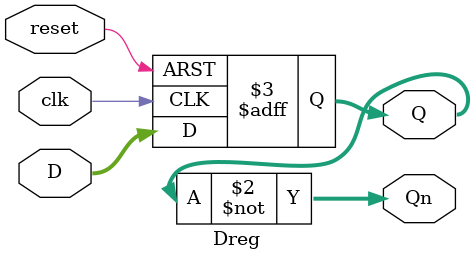
<source format=v>
module SRlatch(input S, R, En, output reg Q, output Qn);

always @ (*) begin
	if (En)
		if (S==1 && R==1)
			Q=1'bx;
		else 
			Q=S|~R &Q;
end 
assign Qn = ~Q;
endmodule

module Dlathch(input D, En, output reg Q, output Qn);

wire Q_;
SRlatch SR1 (D, ~D, En, Q_, Qn);
always @ (*)
	Q = Q_;

endmodule

module SR_FlipFlop(input S, R, aReset, Clk, output reg Q, output Qn);

always @ (posedge Clk or posedge aReset) begin
	if (aReset)
		Q <= 1'b0; // make sure to use non blocking assign
	else if (S==1 && R==1)
		Q <= 1'bx;	
	else
		Q <= S|Q&~R;
end

assign Qn = ~Q;

endmodule

module JK_FlipFlop(input S, R, aReset, Clk, output reg Q, output Qn);

always @ (posedge Clk or posedge aReset) begin
	if (aReset)
		Q <= 1'b0;
	else 
		Q <= S&~R|S&~Q|Q&~R;
end

assign Qn = ~Q;

endmodule


module T_FlipFlop(input T, aReset, Clk, output reg Q, output Qn);

wire Q_;
JK_FlipFlop JK1 (T, T, aReset, Clk, Q_, Qn);
always @ (*)
	Q=Q_;
endmodule

module D_FlipFlop(input D, aReset, Clk, output reg Q, output Qn);
wire Q_;
JK_FlipFlop JK1 (D, ~D, aReset, Clk, Q_, Qn);
always @ (*)
	Q=Q_;
endmodule

module Tff_(output reg Q, output Qn, input T, Reset, En, Set, Clk);
always @ (posedge Clk or posedge Reset or posedge Set) begin
	if (Reset)
		Q <= 1'b0; 
	else if (Set)
		Q <= 1'b1;
	else if (En)
		Q <= T^Q;		
end
assign Qn = ~Q;
endmodule

module sync_counter(input Clk, En, reset, output [3:0] Q);
wire Qn;
T_FlipFlop t1 (En, reset, Clk, Q[0], Qn);
T_FlipFlop t2 (Q[0], reset, Clk, Q[1], Qn);
T_FlipFlop t3 (Q[0] & Q[1], reset, Clk, Q[2], Qn);
T_FlipFlop t4 (Q[0] & Q[1] & Q[2], reset, Clk, Q[3], Qn);
endmodule

module pcounter(input Reset, Enable, Clk, input [3:0] Qmax, output reg [3:0] Q);
always @(posedge Clk or posedge Reset) begin 
	if (Reset)
		Q <= 4'b0000;
	else if (Enable)
		if (Q < Qmax)
			Q <= Q + 4'b0001;
		else 
			Q <= 4'b0000;
end
endmodule

module freq_divider(input reset, clk, input [3:0] maxcount, output reg [3:0] count, output reg clkout);
always @ (posedge clk or posedge reset)
	if (reset) begin
		count <= 4'b0000;
		clkout <= 1'b0;
	end
	else if (count < maxcount) begin
		count <= count + 4'b0001; 
		clkout <= 1'b0;
	end
	else begin
		count <= 4'b0000;
		clkout <= 1'b1;
	end
endmodule

module pcounter50(input reset, clk, input [3:0] maxcount, output reg [3:0] count, output reg clkout);
always @ (posedge clk or posedge reset)
	if (reset) begin
		count <=4'b0000;
		clkout <= 1'b0;
	end
	else if (count < maxcount) 
		count <= count + 4'b0001;
	else begin
		count <= 4'b0000;
		clkout <= ~clkout;
	end
endmodule

module mux21_ #(parameter Size=3) (input [Size-1:0] A, B, input Sel, output reg [Size-1:0] Out);

always @ (*) begin
	Out = A;
	case (Sel)
		1'b0: Out = A;
		1'b1: Out = B;
		default: Out = A;
	endcase
end


endmodule

module Dreg #(parameter Size = 3) (input [Size-1:0] D, input clk, reset, output reg [Size-1:0] Q, Qn);
always @ (posedge clk or posedge reset) begin
	if (reset)
		Q <= {Size{1'b0}};
	else 
		Q <= D;
end
assign Qn = ~Q;
endmodule
</source>
